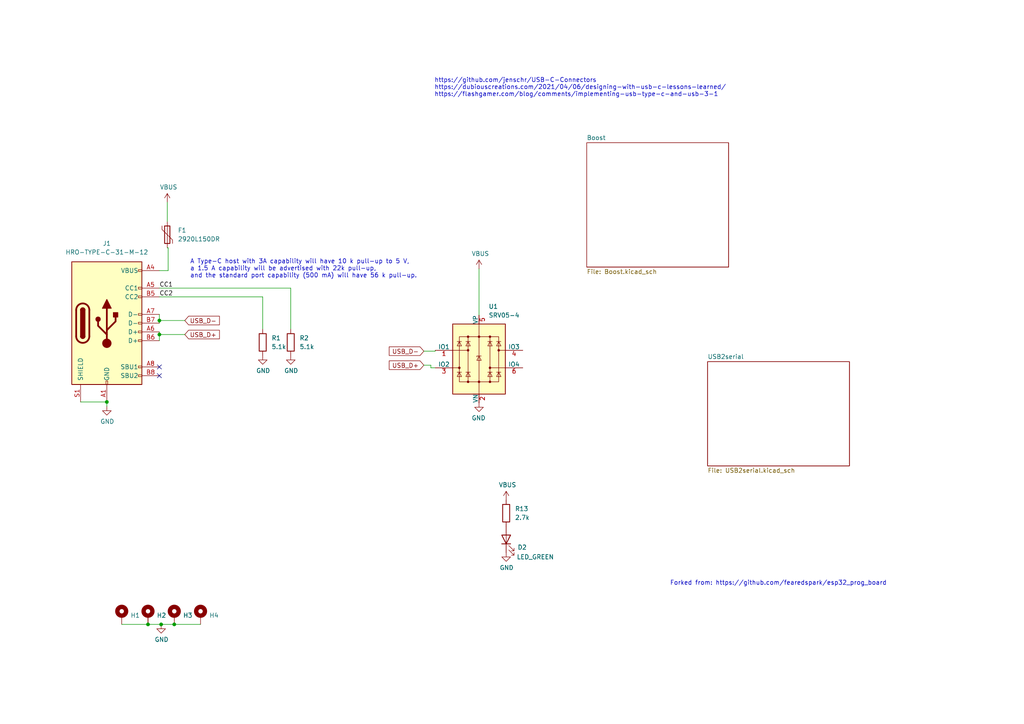
<source format=kicad_sch>
(kicad_sch (version 20211123) (generator eeschema)
  (paper "A4")
  (lib_symbols
    (symbol "Connector:USB_C_Receptacle_USB2.0" (pin_names (offset 1.016))
      (property "Reference" "J?" (at 0 23.114 0))
      (property "Value" "HRO-TYPE-C-31-M-12" (at 0 20.574 0))
      (symbol "USB_C_Receptacle_USB2.0_0_0"
        (rectangle (start -0.254 -17.78) (end 0.254 -16.764))
        (rectangle (start 10.16 -14.986) (end 9.144 -15.494))
        (rectangle (start 10.16 -12.446) (end 9.144 -12.954))
        (rectangle (start 10.16 -4.826) (end 9.144 -5.334))
        (rectangle (start 10.16 -2.286) (end 9.144 -2.794))
        (rectangle (start 10.16 0.254) (end 9.144 -0.254))
        (rectangle (start 10.16 2.794) (end 9.144 2.286))
        (rectangle (start 10.16 7.874) (end 9.144 7.366))
        (rectangle (start 10.16 10.414) (end 9.144 9.906))
        (rectangle (start 10.16 15.494) (end 9.144 14.986))
      )
      (symbol "USB_C_Receptacle_USB2.0_0_1"
        (rectangle (start -10.16 17.78) (end 10.16 -17.78) (stroke (width 0.254)) (fill (type background)))
        (arc (start -8.89 -3.81) (mid -6.985 -5.715) (end -5.08 -3.81) (stroke (width 0.508)))
        (arc (start -7.62 -3.81) (mid -6.985 -4.445) (end -6.35 -3.81) (stroke (width 0.254)))
        (arc (start -7.62 -3.81) (mid -6.985 -4.445) (end -6.35 -3.81) (stroke (width 0.254)) (fill (type outline)))
        (rectangle (start -7.62 -3.81) (end -6.35 3.81) (stroke (width 0.254)) (fill (type outline)))
        (arc (start -6.35 3.81) (mid -6.985 4.445) (end -7.62 3.81) (stroke (width 0.254)))
        (arc (start -6.35 3.81) (mid -6.985 4.445) (end -7.62 3.81) (stroke (width 0.254)) (fill (type outline)))
        (arc (start -5.08 3.81) (mid -6.985 5.715) (end -8.89 3.81) (stroke (width 0.508)))
        (circle (center -2.54 1.143) (radius 0.635) (stroke (width 0.254)) (fill (type outline)))
        (circle (center 0 -5.842) (radius 1.27) (fill (type outline)))
        (polyline (pts (xy -8.89 -3.81) (xy -8.89 3.81)) (stroke (width 0.508)))
        (polyline (pts (xy -5.08 3.81) (xy -5.08 -3.81)) (stroke (width 0.508)))
        (polyline (pts (xy 0 -5.842) (xy 0 4.318)) (stroke (width 0.508)))
        (polyline (pts (xy 0 -3.302) (xy -2.54 -0.762) (xy -2.54 0.508)) (stroke (width 0.508)))
        (polyline (pts (xy 0 -2.032) (xy 2.54 0.508) (xy 2.54 1.778)) (stroke (width 0.508)))
        (polyline (pts (xy -1.27 4.318) (xy 0 6.858) (xy 1.27 4.318) (xy -1.27 4.318)) (stroke (width 0.254)) (fill (type outline)))
        (rectangle (start 1.905 1.778) (end 3.175 3.048) (stroke (width 0.254)) (fill (type outline)))
      )
      (symbol "USB_C_Receptacle_USB2.0_1_1"
        (pin passive line (at 0 -22.86 90) (length 5.08) (name "GND") (number "A1"))
        (pin passive line (at 0 -22.86 90) (length 5.08) hide (name "GND") (number "A12"))
        (pin passive line (at 15.24 15.24 180) (length 5.08) (name "VBUS") (number "A4"))
        (pin bidirectional line (at 15.24 10.16 180) (length 5.08) (name "CC1") (number "A5"))
        (pin bidirectional line (at 15.24 -2.54 180) (length 5.08) (name "D+") (number "A6"))
        (pin bidirectional line (at 15.24 2.54 180) (length 5.08) (name "D-") (number "A7"))
        (pin bidirectional line (at 15.24 -12.7 180) (length 5.08) (name "SBU1") (number "A8"))
        (pin passive line (at 15.24 15.24 180) (length 5.08) hide (name "VBUS") (number "A9"))
        (pin passive line (at 0 -22.86 90) (length 5.08) hide (name "GND") (number "B1"))
        (pin passive line (at 0 -22.86 90) (length 5.08) hide (name "GND") (number "B12"))
        (pin passive line (at 15.24 15.24 180) (length 5.08) hide (name "VBUS") (number "B4"))
        (pin bidirectional line (at 15.24 7.62 180) (length 5.08) (name "CC2") (number "B5"))
        (pin bidirectional line (at 15.24 -5.08 180) (length 5.08) (name "D+") (number "B6"))
        (pin bidirectional line (at 15.24 0 180) (length 5.08) (name "D-") (number "B7"))
        (pin bidirectional line (at 15.24 -15.24 180) (length 5.08) (name "SBU2") (number "B8"))
        (pin passive line (at 15.24 15.24 180) (length 5.08) hide (name "VBUS") (number "B9"))
        (pin passive line (at -7.62 -22.86 90) (length 5.08) (name "SHIELD") (number "S1"))
      )
    )
    (symbol "Device:LED" (pin_numbers hide) (pin_names (offset 1.016) hide)
      (property "Reference" "D" (at 0 2.54 0))
      (property "Value" "LED" (at 0 -2.54 0))
      (symbol "LED_0_1"
        (polyline (pts (xy -1.27 -1.27) (xy -1.27 1.27)) (stroke (width 0.254)))
        (polyline (pts (xy -1.27 0) (xy 1.27 0)))
        (polyline (pts (xy 1.27 -1.27) (xy 1.27 1.27) (xy -1.27 0) (xy 1.27 -1.27)) (stroke (width 0.254)))
        (polyline (pts (xy -3.048 -0.762) (xy -4.572 -2.286) (xy -3.81 -2.286) (xy -4.572 -2.286) (xy -4.572 -1.524)))
        (polyline (pts (xy -1.778 -0.762) (xy -3.302 -2.286) (xy -2.54 -2.286) (xy -3.302 -2.286) (xy -3.302 -1.524)))
      )
      (symbol "LED_1_1"
        (pin passive line (at -3.81 0 0) (length 2.54) (name "K") (number "1"))
        (pin passive line (at 3.81 0 180) (length 2.54) (name "A") (number "2"))
      )
    )
    (symbol "Device:Polyfuse" (pin_numbers hide) (pin_names (offset 0))
      (property "Reference" "F" (at -2.54 0 90))
      (property "Value" "Polyfuse" (at 2.54 0 90))
      (symbol "Polyfuse_0_1"
        (rectangle (start -0.762 2.54) (end 0.762 -2.54) (stroke (width 0.254)))
        (polyline (pts (xy 0 2.54) (xy 0 -2.54)))
        (polyline (pts (xy -1.524 2.54) (xy -1.524 1.524) (xy 1.524 -1.524) (xy 1.524 -2.54)))
      )
      (symbol "Polyfuse_1_1"
        (pin passive line (at 0 3.81 270) (length 1.27) (name "~") (number "1"))
        (pin passive line (at 0 -3.81 90) (length 1.27) (name "~") (number "2"))
      )
    )
    (symbol "Device:R" (pin_numbers hide) (pin_names (offset 0))
      (property "Reference" "R" (at 2.032 0 90))
      (property "Value" "R" (at 0 0 90))
      (symbol "R_0_1"
        (rectangle (start -1.016 -2.54) (end 1.016 2.54) (stroke (width 0.254)))
      )
      (symbol "R_1_1"
        (pin passive line (at 0 3.81 270) (length 1.27) (name "~") (number "1"))
        (pin passive line (at 0 -3.81 90) (length 1.27) (name "~") (number "2"))
      )
    )
    (symbol "Mechanical:MountingHole_Pad" (pin_numbers hide) (pin_names (offset 1.016) hide)
      (property "Reference" "H" (at 0 6.35 0))
      (property "Value" "MountingHole_Pad" (at 0 4.445 0))
      (symbol "MountingHole_Pad_0_1"
        (circle (center 0 1.27) (radius 1.27) (stroke (width 1.27)))
      )
      (symbol "MountingHole_Pad_1_1"
        (pin input line (at 0 -2.54 90) (length 2.54) (name "1") (number "1"))
      )
    )
    (symbol "Power_Protection:SRV05-4" (pin_names (offset 0))
      (property "Reference" "U" (at -5.08 11.43 0))
      (property "Value" "SRV05-4" (at 2.54 11.43 0))
      (symbol "SRV05-4_0_0"
        (rectangle (start -5.715 6.477) (end 5.715 -6.604))
        (polyline (pts (xy -3.175 -6.604) (xy -3.175 6.477)))
        (polyline (pts (xy 3.175 6.477) (xy 3.175 -6.604)))
      )
      (symbol "SRV05-4_0_1"
        (rectangle (start -7.62 10.16) (end 7.62 -10.16) (stroke (width 0.254)) (fill (type background)))
        (circle (center -5.715 -2.54) (radius 0.2794) (fill (type outline)))
        (circle (center -3.175 -6.604) (radius 0.2794) (fill (type outline)))
        (circle (center -3.175 2.54) (radius 0.2794) (fill (type outline)))
        (circle (center -3.175 6.477) (radius 0.2794) (fill (type outline)))
        (circle (center 0 -6.604) (radius 0.2794) (fill (type outline)))
        (polyline (pts (xy -7.747 2.54) (xy -3.175 2.54)))
        (polyline (pts (xy -7.62 -2.54) (xy -5.715 -2.54)))
        (polyline (pts (xy -5.08 -3.81) (xy -6.35 -3.81)))
        (polyline (pts (xy -5.08 5.08) (xy -6.35 5.08)))
        (polyline (pts (xy -2.54 -3.81) (xy -3.81 -3.81)))
        (polyline (pts (xy -2.54 5.08) (xy -3.81 5.08)))
        (polyline (pts (xy 0 10.16) (xy 0 -10.16)))
        (polyline (pts (xy 3.81 -3.81) (xy 2.54 -3.81)))
        (polyline (pts (xy 3.81 5.08) (xy 2.54 5.08)))
        (polyline (pts (xy 6.35 -3.81) (xy 5.08 -3.81)))
        (polyline (pts (xy 6.35 5.08) (xy 5.08 5.08)))
        (polyline (pts (xy 7.62 -2.54) (xy 3.175 -2.54)))
        (polyline (pts (xy 7.62 2.54) (xy 5.715 2.54)))
        (polyline (pts (xy 0.635 0.889) (xy -0.635 0.889) (xy -0.635 0.635)))
        (polyline (pts (xy -5.08 -5.08) (xy -6.35 -5.08) (xy -5.715 -3.81) (xy -5.08 -5.08)))
        (polyline (pts (xy -5.08 3.81) (xy -6.35 3.81) (xy -5.715 5.08) (xy -5.08 3.81)))
        (polyline (pts (xy -2.54 -5.08) (xy -3.81 -5.08) (xy -3.175 -3.81) (xy -2.54 -5.08)))
        (polyline (pts (xy -2.54 3.81) (xy -3.81 3.81) (xy -3.175 5.08) (xy -2.54 3.81)))
        (polyline (pts (xy 0.635 -0.381) (xy -0.635 -0.381) (xy 0 0.889) (xy 0.635 -0.381)))
        (polyline (pts (xy 3.81 -5.08) (xy 2.54 -5.08) (xy 3.175 -3.81) (xy 3.81 -5.08)))
        (polyline (pts (xy 3.81 3.81) (xy 2.54 3.81) (xy 3.175 5.08) (xy 3.81 3.81)))
        (polyline (pts (xy 6.35 -5.08) (xy 5.08 -5.08) (xy 5.715 -3.81) (xy 6.35 -5.08)))
        (polyline (pts (xy 6.35 3.81) (xy 5.08 3.81) (xy 5.715 5.08) (xy 6.35 3.81)))
        (circle (center 0 6.477) (radius 0.2794) (fill (type outline)))
        (circle (center 3.175 -6.604) (radius 0.2794) (fill (type outline)))
        (circle (center 3.175 -2.54) (radius 0.2794) (fill (type outline)))
        (circle (center 3.175 6.477) (radius 0.2794) (fill (type outline)))
        (circle (center 5.715 2.54) (radius 0.2794) (fill (type outline)))
      )
      (symbol "SRV05-4_1_1"
        (pin passive line (at -12.7 2.54 0) (length 5.08) (name "IO1") (number "1"))
        (pin passive line (at 0 -12.7 90) (length 2.54) (name "VN") (number "2"))
        (pin passive line (at -12.7 -2.54 0) (length 5.08) (name "IO2") (number "3"))
        (pin passive line (at 12.7 2.54 180) (length 5.08) (name "IO3") (number "4"))
        (pin passive line (at 0 12.7 270) (length 2.54) (name "VP") (number "5"))
        (pin passive line (at 12.7 -2.54 180) (length 5.08) (name "IO4") (number "6"))
      )
    )
    (symbol "power:GND" (power) (pin_names (offset 0))
      (property "Value" "GND" (at 0 -3.81 0))
      (symbol "GND_0_1"
        (polyline (pts (xy 0 0) (xy 0 -1.27) (xy 1.27 -1.27) (xy 0 -2.54) (xy -1.27 -1.27) (xy 0 -1.27)))
      )
      (symbol "GND_1_1"
        (pin power_in line (at 0 0 270) (length 0) hide (name "GND") (number "1"))
      )
    )
    (symbol "power:VBUS" (power) (pin_names (offset 0))
      (property "Value" "VBUS" (at 0 3.81 0))
      (symbol "VBUS_0_1"
        (polyline (pts (xy -0.762 1.27) (xy 0 2.54)))
        (polyline (pts (xy 0 0) (xy 0 2.54)))
        (polyline (pts (xy 0 2.54) (xy 0.762 1.27)))
      )
      (symbol "VBUS_1_1"
        (pin power_in line (at 0 0 90) (length 0) hide (name "VBUS") (number "1"))
      )
    )
  )
  (junction (at 42.926 181.102))
  (junction (at 50.546 181.102))
  (junction (at 46.228 92.964))
  (junction (at 30.988 116.586))
  (junction (at 46.228 97.028))
  (junction (at 46.736 181.102))
  (no_connect (at 46.228 106.426))
  (no_connect (at 46.228 108.966))
  (wire (pts (xy 35.306 181.102) (xy 42.926 181.102)))
  (wire (pts (xy 46.736 181.102) (xy 50.546 181.102)))
  (wire (pts (xy 46.228 98.806) (xy 46.228 97.028)))
  (wire (pts (xy 122.936 101.854) (xy 126.238 101.854)))
  (wire (pts (xy 124.968 106.68) (xy 124.968 105.918)))
  (wire (pts (xy 50.546 181.102) (xy 58.166 181.102)))
  (wire (pts (xy 126.238 106.68) (xy 124.968 106.68)))
  (wire (pts (xy 84.328 83.566) (xy 84.328 95.504)))
  (wire (pts (xy 122.936 105.918) (xy 124.968 105.918)))
  (wire (pts (xy 46.228 83.566) (xy 84.328 83.566)))
  (wire (pts (xy 46.228 92.964) (xy 46.228 93.726)))
  (wire (pts (xy 48.768 78.486) (xy 48.768 71.882)))
  (wire (pts (xy 46.228 97.028) (xy 46.228 96.266)))
  (wire (pts (xy 48.514 58.674) (xy 48.514 64.262)))
  (wire (pts (xy 30.988 116.586) (xy 30.988 117.856)))
  (wire (pts (xy 42.926 181.102) (xy 46.736 181.102)))
  (wire (pts (xy 46.228 92.964) (xy 53.594 92.964)))
  (wire (pts (xy 138.938 77.978) (xy 138.938 91.44)))
  (wire (pts (xy 46.228 97.028) (xy 53.594 97.028)))
  (wire (pts (xy 46.228 78.486) (xy 48.768 78.486)))
  (wire (pts (xy 126.238 101.854) (xy 126.238 101.6)))
  (wire (pts (xy 46.228 91.186) (xy 46.228 92.964)))
  (wire (pts (xy 46.228 86.106) (xy 76.2 86.106)))
  (wire (pts (xy 48.768 71.882) (xy 48.514 71.882)))
  (wire (pts (xy 23.368 116.586) (xy 30.988 116.586)))
  (wire (pts (xy 76.2 86.106) (xy 76.2 95.504)))
  (text "A Type-C host with 3A capability will have 10 k pull-up to 5 V,\na 1.5 A capability will be advertised with 22k pull-up, \nand the standard port capability (500 mA) will have 56 k pull-up." (at 55.118 80.772 0) (effects (font (size 1.27 1.27)) (justify left bottom)))
  (text "https://github.com/jenschr/USB-C-Connectors\nhttps://dubiouscreations.com/2021/04/06/designing-with-usb-c-lessons-learned/\nhttps://flashgamer.com/blog/comments/implementing-usb-type-c-and-usb-3-1" (at 125.984 28.194 0) (effects (font (size 1.27 1.27)) (justify left bottom)))
  (text "Forked from: https://github.com/fearedspark/esp32_prog_board" (at 194.31 169.926 0) (effects (font (size 1.27 1.27)) (justify left bottom)))
  (label "CC2" (at 46.228 86.106 0))
  (label "CC1" (at 46.228 83.566 0))
  (global_label "USB_D+" (shape input) (at 122.936 105.918 180) (property "Intersheet References" "${INTERSHEET_REFS}" (effects hide)))
  (global_label "USB_D-" (shape input) (at 53.594 92.964 0) (property "Intersheet References" "${INTERSHEET_REFS}" (effects hide)))
  (global_label "USB_D-" (shape input) (at 122.936 101.854 180) (property "Intersheet References" "${INTERSHEET_REFS}" (effects hide)))
  (global_label "USB_D+" (shape input) (at 53.594 97.028 0) (property "Intersheet References" "${INTERSHEET_REFS}" (effects hide)))
  (symbol (lib_id "Connector:USB_C_Receptacle_USB2.0") (at 30.988 93.726 0) (unit 1)
    (property "Reference" "J1" (at 30.988 70.612 0))
    (property "Value" "HRO-TYPE-C-31-M-12" (at 30.988 73.152 0))
    (property "Footprint" "Local:HRO-TYPE-C-31-M-12" (effects hide))
    (property "Datasheet" "https://datasheet.lcsc.com/lcsc/2205251630_Korean-Hroparts-Elec-TYPE-C-31-M-12_C165948.pdf" (effects hide))
    (property "LCSC" "C165948" (effects hide))
  )
  (symbol (lib_id "power:VBUS") (at 48.514 58.674 0) (unit 1)
    (property "Reference" "#PWR0111" (effects hide))
    (property "Value" "VBUS" (at 48.895 54.2798 0))
  )
  (symbol (lib_id "Mechanical:MountingHole_Pad") (at 50.546 178.562 0) (unit 1)
    (property "Reference" "H3" (at 53.086 178.4858 0) (effects (justify left)))
    (property "Value" "MountingHole_Pad" (effects hide))
    (property "Footprint" "MountingHole:MountingHole_2.7mm_M2.5_Pad" (effects hide))
  )
  (symbol (lib_id "Power_Protection:SRV05-4") (at 138.938 104.14 0) (unit 1)
    (property "Reference" "U1" (at 141.7067 88.9 0) (effects (justify left)))
    (property "Value" "SRV05-4" (at 141.7067 91.44 0) (effects (justify left)))
    (property "Footprint" "Package_TO_SOT_SMD:SOT-23-6" (effects hide))
    (property "Datasheet" "http://www.onsemi.com/pub/Collateral/SRV05-4-D.PDF" (effects hide))
    (property "LCSC" "C85364" (effects hide))
  )
  (symbol (lib_id "power:GND") (at 46.736 181.102 0) (unit 1)
    (property "Reference" "#PWR0110" (effects hide))
    (property "Value" "GND" (at 46.863 185.4962 0))
  )
  (symbol (lib_id "power:VBUS") (at 146.812 145.034 0) (unit 1)
    (property "Reference" "#PWR0115" (effects hide))
    (property "Value" "VBUS" (at 147.193 140.6398 0))
  )
  (symbol (lib_id "Device:LED") (at 146.812 156.464 90) (unit 1)
    (property "Reference" "D2" (at 150.114 158.75 90) (effects (justify right)))
    (property "Value" "LED_GREEN" (at 149.86 161.544 90) (effects (justify right)))
    (property "Footprint" "LED_SMD:LED_0603_1608Metric" (effects hide))
    (property "LCSC" "C72043" (effects hide))
    (property "PN" "19-217/GHC-YR1S2/3T" (effects hide))
    (property "Color" "Green" (effects hide))
  )
  (symbol (lib_id "power:GND") (at 84.328 103.124 0) (unit 1)
    (property "Reference" "#PWR0102" (effects hide))
    (property "Value" "GND" (at 84.455 107.5182 0))
  )
  (symbol (lib_id "power:VBUS") (at 138.938 77.978 0) (unit 1)
    (property "Reference" "#PWR0114" (effects hide))
    (property "Value" "VBUS" (at 139.319 73.5838 0))
  )
  (symbol (lib_id "power:GND") (at 146.812 160.274 0) (unit 1)
    (property "Reference" "#PWR0109" (effects hide))
    (property "Value" "GND" (at 146.939 164.6682 0))
  )
  (symbol (lib_id "power:GND") (at 138.938 116.84 0) (mirror y) (unit 1)
    (property "Reference" "#PWR0113" (effects hide))
    (property "Value" "GND" (at 138.811 121.2342 0))
  )
  (symbol (lib_id "Device:R") (at 84.328 99.314 0) (unit 1)
    (property "Reference" "R2" (at 86.868 98.0439 0) (effects (justify left)))
    (property "Value" "5.1k" (at 86.868 100.5839 0) (effects (justify left)))
    (property "Footprint" "Resistor_SMD:R_0402_1005Metric" (effects hide))
  )
  (symbol (lib_id "Mechanical:MountingHole_Pad") (at 42.926 178.562 0) (unit 1)
    (property "Reference" "H2" (at 45.466 178.4858 0) (effects (justify left)))
    (property "Value" "MountingHole_Pad" (effects hide))
    (property "Footprint" "MountingHole:MountingHole_2.7mm_M2.5_Pad" (effects hide))
  )
  (symbol (lib_id "Mechanical:MountingHole_Pad") (at 58.166 178.562 0) (unit 1)
    (property "Reference" "H4" (at 60.706 178.4858 0) (effects (justify left)))
    (property "Value" "MountingHole_Pad" (effects hide))
    (property "Footprint" "MountingHole:MountingHole_2.7mm_M2.5_Pad" (effects hide))
  )
  (symbol (lib_id "Device:R") (at 146.812 148.844 0) (unit 1)
    (property "Reference" "R13" (at 149.352 147.5739 0) (effects (justify left)))
    (property "Value" "2.7k" (at 149.352 150.1139 0) (effects (justify left)))
    (property "Footprint" "Resistor_SMD:R_0402_1005Metric" (effects hide))
  )
  (symbol (lib_id "Mechanical:MountingHole_Pad") (at 35.306 178.562 0) (unit 1)
    (property "Reference" "H1" (at 37.846 178.4858 0) (effects (justify left)))
    (property "Value" "MountingHole_Pad" (effects hide))
    (property "Footprint" "MountingHole:MountingHole_2.7mm_M2.5_Pad" (effects hide))
  )
  (symbol (lib_id "Device:R") (at 76.2 99.314 0) (unit 1)
    (property "Reference" "R1" (at 78.74 98.0439 0) (effects (justify left)))
    (property "Value" "5.1k" (at 78.74 100.5839 0) (effects (justify left)))
    (property "Footprint" "Resistor_SMD:R_0402_1005Metric" (effects hide))
  )
  (symbol (lib_id "Device:Polyfuse") (at 48.514 68.072 0) (unit 1)
    (property "Reference" "F1" (at 51.562 66.8019 0) (effects (justify left)))
    (property "Value" "2920L150DR" (at 51.562 69.3419 0) (effects (justify left)))
    (property "Footprint" "Fuse:Fuse_2920_7451Metric" (effects hide))
    (property "Description" "Resettable Fuses - PPTC 1.50A 33V" (effects hide))
    (property "Mouser Part Number" "576-2920L150" (effects hide))
    (property "LCSC" "C93688" (effects hide))
  )
  (symbol (lib_id "power:GND") (at 76.2 103.124 0) (unit 1)
    (property "Reference" "#PWR0101" (effects hide))
    (property "Value" "GND" (at 76.327 107.5182 0))
  )
  (symbol (lib_id "power:GND") (at 30.988 117.856 0) (unit 1)
    (property "Reference" "#PWR0112" (effects hide))
    (property "Value" "GND" (at 31.115 122.2502 0))
  )
  (sheet (at 170.18 41.402) (size 41.148 36.068) (stroke (width 0.1524))
    (property "Sheet name" "Boost" (at 170.18 40.6904 0) (effects (justify left bottom)))
    (property "Sheet file" "Boost.kicad_sch" (at 170.18 78.0546 0) (effects (justify left top)))
  )
  (sheet (at 205.232 104.902) (size 41.148 30.226) (stroke (width 0.1524))
    (property "Sheet name" "USB2serial" (at 205.232 104.1904 0) (effects (justify left bottom)))
    (property "Sheet file" "USB2serial.kicad_sch" (at 205.232 135.7126 0) (effects (justify left top)))
  )
)
</source>
